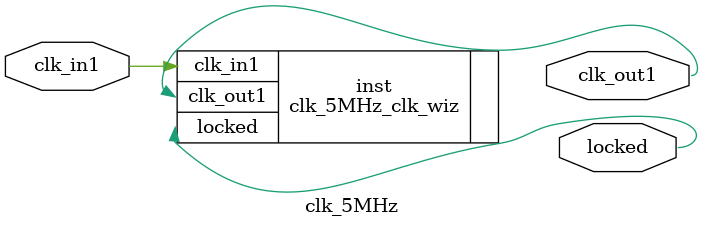
<source format=v>


`timescale 1ps/1ps

(* CORE_GENERATION_INFO = "clk_5MHz,clk_wiz_v6_0_5_0_0,{component_name=clk_5MHz,use_phase_alignment=true,use_min_o_jitter=false,use_max_i_jitter=false,use_dyn_phase_shift=false,use_inclk_switchover=false,use_dyn_reconfig=false,enable_axi=0,feedback_source=FDBK_AUTO,PRIMITIVE=MMCM,num_out_clk=1,clkin1_period=10.000,clkin2_period=10.000,use_power_down=false,use_reset=false,use_locked=true,use_inclk_stopped=false,feedback_type=SINGLE,CLOCK_MGR_TYPE=NA,manual_override=false}" *)

module clk_5MHz 
 (
  // Clock out ports
  output        clk_out1,
  // Status and control signals
  output        locked,
 // Clock in ports
  input         clk_in1
 );

  clk_5MHz_clk_wiz inst
  (
  // Clock out ports  
  .clk_out1(clk_out1),
  // Status and control signals               
  .locked(locked),
 // Clock in ports
  .clk_in1(clk_in1)
  );

endmodule

</source>
